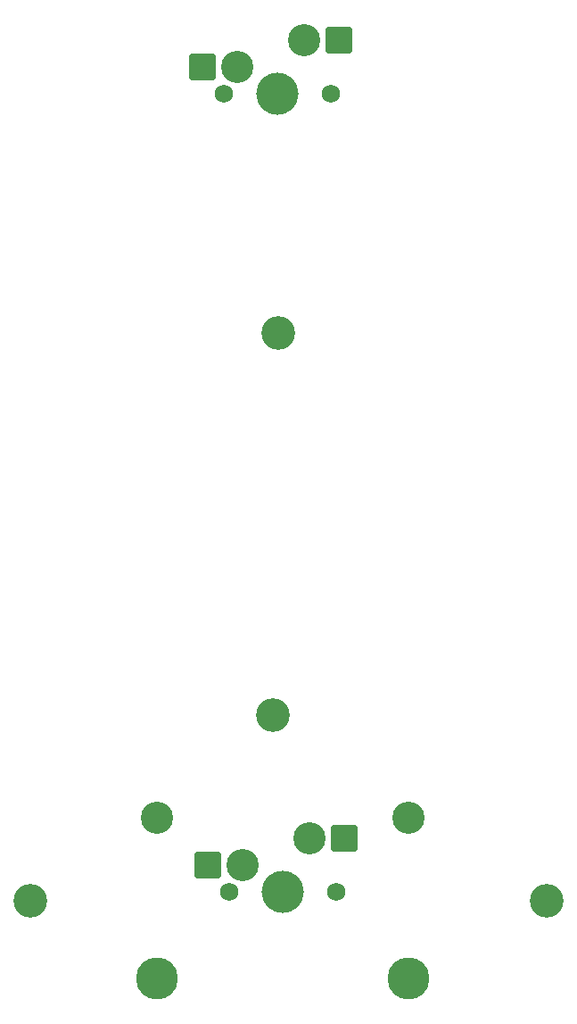
<source format=gbr>
%TF.GenerationSoftware,KiCad,Pcbnew,8.0.4*%
%TF.CreationDate,2024-07-29T14:44:41-07:00*%
%TF.ProjectId,3board_c,33626f61-7264-45f6-932e-6b696361645f,rev?*%
%TF.SameCoordinates,Original*%
%TF.FileFunction,Soldermask,Bot*%
%TF.FilePolarity,Negative*%
%FSLAX46Y46*%
G04 Gerber Fmt 4.6, Leading zero omitted, Abs format (unit mm)*
G04 Created by KiCad (PCBNEW 8.0.4) date 2024-07-29 14:44:41*
%MOMM*%
%LPD*%
G01*
G04 APERTURE LIST*
G04 Aperture macros list*
%AMRoundRect*
0 Rectangle with rounded corners*
0 $1 Rounding radius*
0 $2 $3 $4 $5 $6 $7 $8 $9 X,Y pos of 4 corners*
0 Add a 4 corners polygon primitive as box body*
4,1,4,$2,$3,$4,$5,$6,$7,$8,$9,$2,$3,0*
0 Add four circle primitives for the rounded corners*
1,1,$1+$1,$2,$3*
1,1,$1+$1,$4,$5*
1,1,$1+$1,$6,$7*
1,1,$1+$1,$8,$9*
0 Add four rect primitives between the rounded corners*
20,1,$1+$1,$2,$3,$4,$5,0*
20,1,$1+$1,$4,$5,$6,$7,0*
20,1,$1+$1,$6,$7,$8,$9,0*
20,1,$1+$1,$8,$9,$2,$3,0*%
G04 Aperture macros list end*
%ADD10C,3.200000*%
%ADD11C,3.048000*%
%ADD12C,3.987800*%
%ADD13C,1.750000*%
%ADD14C,3.050000*%
%ADD15C,4.000000*%
%ADD16RoundRect,0.250000X-1.025000X-1.000000X1.025000X-1.000000X1.025000X1.000000X-1.025000X1.000000X0*%
G04 APERTURE END LIST*
D10*
%TO.C,*%
X173500000Y-106375000D03*
%TD*%
%TO.C,*%
X124500000Y-106375000D03*
%TD*%
%TO.C,H6*%
X148000000Y-52500000D03*
%TD*%
D11*
%TO.C,S1*%
X136502000Y-98525000D03*
D12*
X136502000Y-113735000D03*
D11*
X160378000Y-98525000D03*
D12*
X160378000Y-113735000D03*
%TD*%
D10*
%TO.C,H7*%
X147500000Y-88750000D03*
%TD*%
D13*
%TO.C,SW12_THROW*%
X142835906Y-29854124D03*
D14*
X144105906Y-27314124D03*
D15*
X147915906Y-29854124D03*
D14*
X150455906Y-24774124D03*
D13*
X152995906Y-29854124D03*
D16*
X140830906Y-27314124D03*
X153757906Y-24774124D03*
%TD*%
D13*
%TO.C,SW16_SPACE*%
X143360000Y-105510000D03*
D14*
X144630000Y-102970000D03*
D15*
X148440000Y-105510000D03*
D14*
X150980000Y-100430000D03*
D13*
X153520000Y-105510000D03*
D16*
X141355000Y-102970000D03*
X154282000Y-100430000D03*
%TD*%
M02*

</source>
